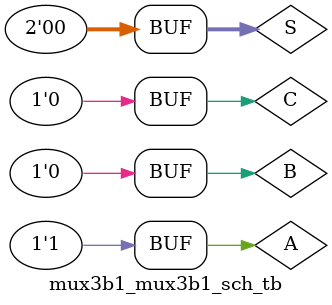
<source format=v>

`timescale 1ns / 1ps

module mux3b1_mux3b1_sch_tb();

// Inputs
   reg [1:0] S;
	reg A;
	reg B;
	reg C;

// Output
   wire Result;

// Bidirs

// Instantiate the UUT
   mux3b1 UUT (
		.S(S), 
		.A(A),
		.B(B),
		.C(C),
		.Result(Result)
   );
// Initialize Inputs
   initial begin
		S = 0;
		A = 1;
		B = 0;
		C = 0;
	end
endmodule
</source>
